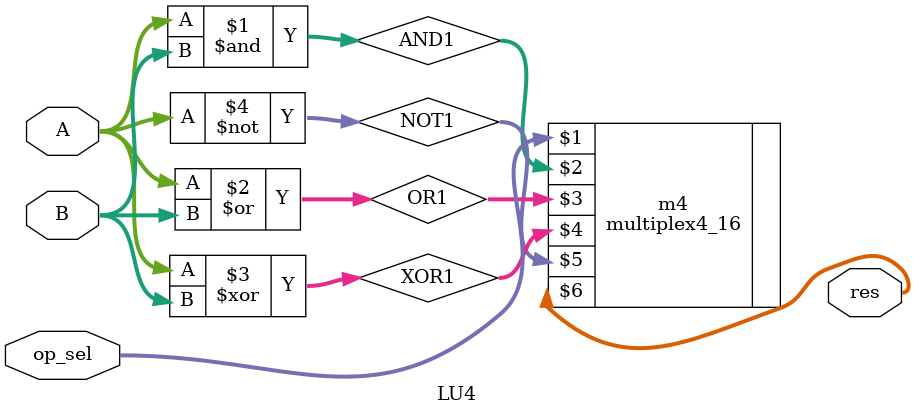
<source format=v>
module LU4 (input [1:0] op_sel, input [15:0] A, input [15:0] B, output [15:0] res);
wire [15:0] AND1;
wire [15:0] OR1;
wire [15:0] XOR1;
wire [15:0] NOT1;
assign AND1 = A & B;

assign OR1 = A | B;

assign XOR1 = A ^ B;

assign NOT1 = ~A;

multiplex4_16 m4(op_sel, AND1, OR1, XOR1, NOT1, res);

endmodule

</source>
